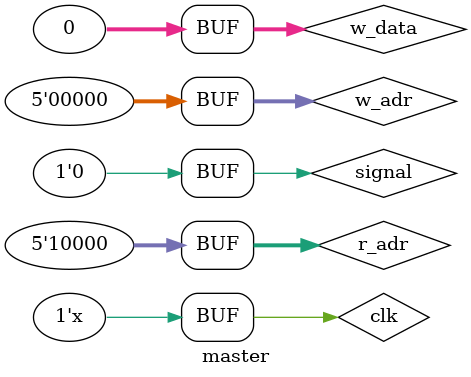
<source format=v>
module master;

reg clk = 0;
reg signal = 0;
reg [4:0] w_adr = 0;
reg [4:0] r_adr = 0;
reg [31:0] w_data = 0;
wire [31:0] r_data;
wire ready;

slave sl(clk, signal, w_adr, r_adr, w_data, r_data, ready);

always #5 clk <= ~clk;
initial begin
	signal = 0; w_adr = 1; w_data = 7; signal = 1;
  
	#10; w_adr = 2; #10;  w_data = 3; #10; r_adr = 16; #10; signal = 0;

	#10; w_adr = 0; #10; w_data = 1; #10; signal = 0; #10; signal = 0;

	#10; w_adr = 0; #10;  w_data = 0; #10; signal = 1; #10; signal = 0;
end

endmodule

</source>
